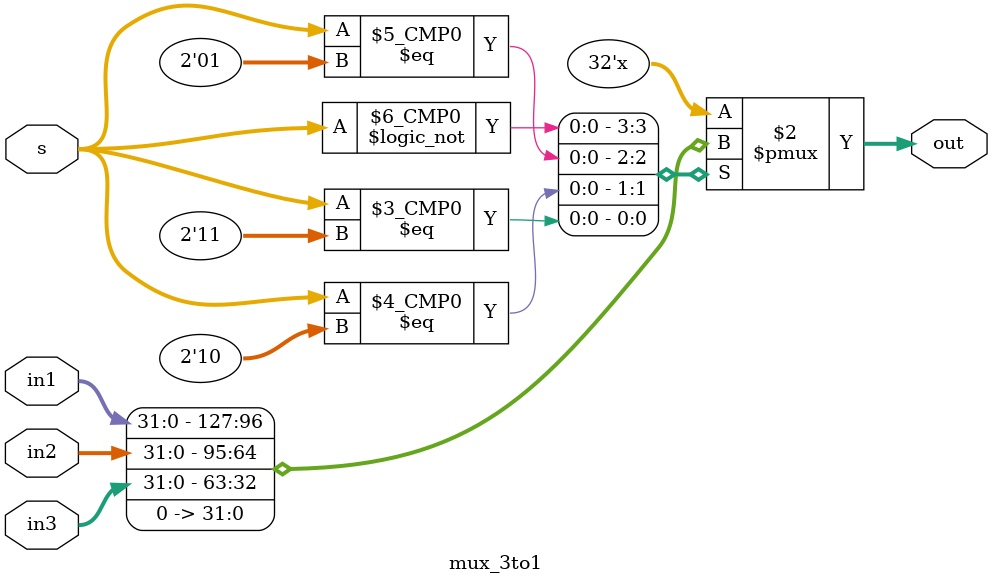
<source format=sv>

module mux_3to1 #(parameter WIDTH=32) (
	input        [WIDTH-1:0] in1,
	input        [WIDTH-1:0] in2,
	input        [WIDTH-1:0] in3,
	input        [      1:0] s  ,
	output logic [WIDTH-1:0] out
);

	always_comb begin
		case(s)
			2'b00 : out = in1;
			2'b01 : out = in2;
			2'b10 : out = in3;
			2'b11 : out =0;
		endcase
	end
endmodule : mux_3to1

</source>
